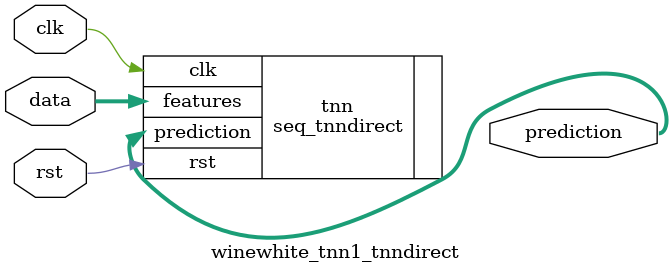
<source format=v>












module winewhite_tnn1_tnndirect #(

parameter FEAT_CNT = 11,
parameter HIDDEN_CNT = 40,
parameter FEAT_BITS = 4,
parameter CLASS_CNT = 7,
parameter TEST_CNT = 1000




  ) (
  input clk,
  input rst,
  input [FEAT_CNT*FEAT_BITS-1:0] data,
  output [$clog2(CLASS_CNT)-1:0] prediction
  );

  seq_tnndirect #(
      .FEAT_CNT(FEAT_CNT),.FEAT_BITS(FEAT_BITS),.HIDDEN_CNT(HIDDEN_CNT),.CLASS_CNT(CLASS_CNT),
  .SPARSE_VALS(440'b10001100000000000001100000100001001000000010011010001110000011100000010100010000100111101001010000001010111000100001000010000000000001001011000000000000001000000100000001000111101111101101010000011100110000011100001000110000100001000011001110000001000011101111111000001000000010000011100010001010000010100110001010101100000110100010011010000000010001100000000001100011011110000010000001100010100000000100001111000001001101101110000010010000),
  .MASK(440'b10111110001100000001100100111101001011100110011110111110000111111000010100010000100111101001010001101010111010111101011111000000000001001011100100000011001001001101010011101111101111101101010110111111110001011100111100110100111111010111001110001101100111101111111000111001000110110111101010011010011010100110111011101100001110100010111011001011011001111001111001101011011110000110011001100011101100011110011111111101001101101110001110010011),
  .NONZERO_CNT(640'h07030606090603050506090105030508080807070707060904080506080407070707040706080706),
  .SPARSE_VALS2(79'b0100000010110010011000100000110000101111111100111011000110111010101011011001010),  // Bits of not-zeroes
  .COL_INDICES(632'h2625232221201e1b1817141211100d0c0605040201211f17100d0b211c1615100c0825211f1817100f0125242119181412092625221f1e1c1817161413100b0a07261c171412100f0b0a0907060401), // Column of non-zeros
  .ROW_PTRS(64'h4f3a342d251d0e00) // Column of non-zeros // Start indices per row
      ) tnn (
    .clk(clk),
    .rst(rst),
    .features(data),
    .prediction(prediction)
  );

endmodule

</source>
